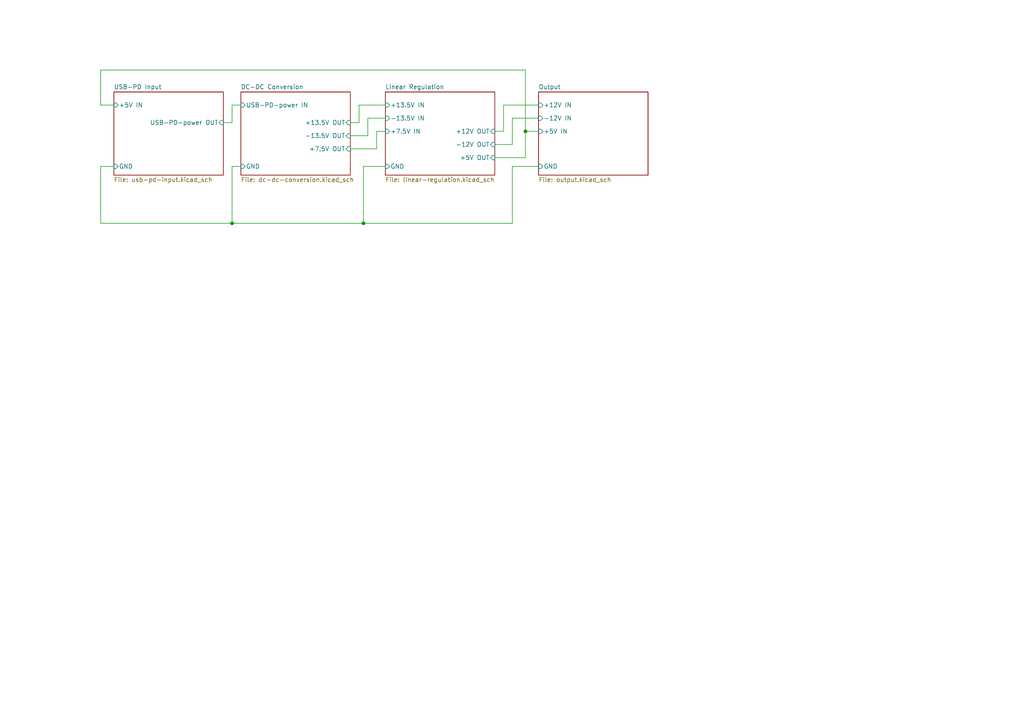
<source format=kicad_sch>
(kicad_sch
	(version 20250114)
	(generator "eeschema")
	(generator_version "9.0")
	(uuid "c5ce32ac-bd6d-413c-bfb5-5e9e2f8848d1")
	(paper "A4")
	(lib_symbols)
	(junction
		(at 105.41 64.77)
		(diameter 0)
		(color 0 0 0 0)
		(uuid "74275667-45b4-41ba-831b-38813d5dda82")
	)
	(junction
		(at 152.4 38.1)
		(diameter 0)
		(color 0 0 0 0)
		(uuid "8771b747-e9a8-4a79-b6ff-e1ec5a847d4e")
	)
	(junction
		(at 67.31 64.77)
		(diameter 0)
		(color 0 0 0 0)
		(uuid "b7270468-abf1-4f0e-a655-2cbdebb7d1cd")
	)
	(wire
		(pts
			(xy 104.14 30.48) (xy 111.76 30.48)
		)
		(stroke
			(width 0)
			(type default)
		)
		(uuid "0546fbb4-a53e-49e0-95b5-e5498352e3ee")
	)
	(wire
		(pts
			(xy 152.4 45.72) (xy 152.4 38.1)
		)
		(stroke
			(width 0)
			(type default)
		)
		(uuid "0bb3365e-c913-403d-a98e-0694218809d4")
	)
	(wire
		(pts
			(xy 148.59 48.26) (xy 148.59 64.77)
		)
		(stroke
			(width 0)
			(type default)
		)
		(uuid "23c42f52-a40d-4502-acb2-61219721a76c")
	)
	(wire
		(pts
			(xy 148.59 41.91) (xy 148.59 34.29)
		)
		(stroke
			(width 0)
			(type default)
		)
		(uuid "23fe42fc-436a-4a5d-b901-6d806ff3757b")
	)
	(wire
		(pts
			(xy 146.05 38.1) (xy 146.05 30.48)
		)
		(stroke
			(width 0)
			(type default)
		)
		(uuid "29af5825-9e16-4344-8069-bb5e72682d86")
	)
	(wire
		(pts
			(xy 67.31 30.48) (xy 69.85 30.48)
		)
		(stroke
			(width 0)
			(type default)
		)
		(uuid "2ccb96ce-5468-4d68-b591-d1571e9fe374")
	)
	(wire
		(pts
			(xy 67.31 48.26) (xy 69.85 48.26)
		)
		(stroke
			(width 0)
			(type default)
		)
		(uuid "2eb573e1-1b50-498f-b77f-b4b3a0c6f710")
	)
	(wire
		(pts
			(xy 111.76 48.26) (xy 105.41 48.26)
		)
		(stroke
			(width 0)
			(type default)
		)
		(uuid "32b394b4-7489-4ed0-96c1-0a5eb3e81d2d")
	)
	(wire
		(pts
			(xy 104.14 35.56) (xy 104.14 30.48)
		)
		(stroke
			(width 0)
			(type default)
		)
		(uuid "3a2c8660-bf94-4cde-9021-051f4f62c008")
	)
	(wire
		(pts
			(xy 64.77 35.56) (xy 67.31 35.56)
		)
		(stroke
			(width 0)
			(type default)
		)
		(uuid "5336a42f-750f-4329-a808-c3f3a4063780")
	)
	(wire
		(pts
			(xy 105.41 48.26) (xy 105.41 64.77)
		)
		(stroke
			(width 0)
			(type default)
		)
		(uuid "554ec737-0b1f-404a-a95d-50bdde548ce4")
	)
	(wire
		(pts
			(xy 146.05 30.48) (xy 156.21 30.48)
		)
		(stroke
			(width 0)
			(type default)
		)
		(uuid "56b4d4e9-b7ff-4a1e-b719-42ad210f9c42")
	)
	(wire
		(pts
			(xy 33.02 48.26) (xy 29.21 48.26)
		)
		(stroke
			(width 0)
			(type default)
		)
		(uuid "5deb5ff2-bb90-491e-b635-6afeaad4705b")
	)
	(wire
		(pts
			(xy 101.6 43.18) (xy 109.22 43.18)
		)
		(stroke
			(width 0)
			(type default)
		)
		(uuid "6e989004-2687-4f49-a386-cb1ddbd12115")
	)
	(wire
		(pts
			(xy 67.31 35.56) (xy 67.31 30.48)
		)
		(stroke
			(width 0)
			(type default)
		)
		(uuid "71927e07-a096-4108-8f9f-fb27a10fe6f5")
	)
	(wire
		(pts
			(xy 29.21 30.48) (xy 29.21 20.32)
		)
		(stroke
			(width 0)
			(type default)
		)
		(uuid "75c005b4-ee8c-40e6-9a04-55e7df9be422")
	)
	(wire
		(pts
			(xy 148.59 64.77) (xy 105.41 64.77)
		)
		(stroke
			(width 0)
			(type default)
		)
		(uuid "7b3a200d-a17a-463b-8e75-8840b865de33")
	)
	(wire
		(pts
			(xy 106.68 34.29) (xy 111.76 34.29)
		)
		(stroke
			(width 0)
			(type default)
		)
		(uuid "7cc7b201-0c55-498a-a7e4-3ff12f4dd2d0")
	)
	(wire
		(pts
			(xy 67.31 64.77) (xy 67.31 48.26)
		)
		(stroke
			(width 0)
			(type default)
		)
		(uuid "7d90a6dc-ffd7-4fc4-ac3b-4774e695b1d8")
	)
	(wire
		(pts
			(xy 29.21 64.77) (xy 67.31 64.77)
		)
		(stroke
			(width 0)
			(type default)
		)
		(uuid "7e42e11b-9eed-4872-ac40-f7477d88bc26")
	)
	(wire
		(pts
			(xy 143.51 38.1) (xy 146.05 38.1)
		)
		(stroke
			(width 0)
			(type default)
		)
		(uuid "86068c56-7eec-40d0-9880-95260c25830d")
	)
	(wire
		(pts
			(xy 101.6 35.56) (xy 104.14 35.56)
		)
		(stroke
			(width 0)
			(type default)
		)
		(uuid "8955db3c-5de8-4c5c-9e96-d3fe5f56913e")
	)
	(wire
		(pts
			(xy 101.6 39.37) (xy 106.68 39.37)
		)
		(stroke
			(width 0)
			(type default)
		)
		(uuid "954c8087-2dbb-4d1f-8089-1cca15f71205")
	)
	(wire
		(pts
			(xy 143.51 45.72) (xy 152.4 45.72)
		)
		(stroke
			(width 0)
			(type default)
		)
		(uuid "95a6b7a8-029c-4e52-b711-64d12470683d")
	)
	(wire
		(pts
			(xy 148.59 34.29) (xy 156.21 34.29)
		)
		(stroke
			(width 0)
			(type default)
		)
		(uuid "95e453c4-a0c7-4d2a-9179-e8380460b5c7")
	)
	(wire
		(pts
			(xy 152.4 38.1) (xy 156.21 38.1)
		)
		(stroke
			(width 0)
			(type default)
		)
		(uuid "981c2f1b-23be-4eea-be00-39a2c0b38ecd")
	)
	(wire
		(pts
			(xy 143.51 41.91) (xy 148.59 41.91)
		)
		(stroke
			(width 0)
			(type default)
		)
		(uuid "9ac8e6b1-0725-472a-909f-5d4b0a515fc4")
	)
	(wire
		(pts
			(xy 29.21 48.26) (xy 29.21 64.77)
		)
		(stroke
			(width 0)
			(type default)
		)
		(uuid "b33fd07d-2b03-471b-85f8-4a7a7af8b8aa")
	)
	(wire
		(pts
			(xy 109.22 38.1) (xy 111.76 38.1)
		)
		(stroke
			(width 0)
			(type default)
		)
		(uuid "bc60f28b-9f22-43f3-9471-8b703d0f1965")
	)
	(wire
		(pts
			(xy 105.41 64.77) (xy 67.31 64.77)
		)
		(stroke
			(width 0)
			(type default)
		)
		(uuid "c7aafa63-c0b2-4ae7-a870-170dde1416a3")
	)
	(wire
		(pts
			(xy 106.68 39.37) (xy 106.68 34.29)
		)
		(stroke
			(width 0)
			(type default)
		)
		(uuid "c94dc9a0-ba7b-4f48-af1a-a27f9d96963a")
	)
	(wire
		(pts
			(xy 33.02 30.48) (xy 29.21 30.48)
		)
		(stroke
			(width 0)
			(type default)
		)
		(uuid "d1517a90-c996-48f1-a1b5-902130f5ee1a")
	)
	(wire
		(pts
			(xy 156.21 48.26) (xy 148.59 48.26)
		)
		(stroke
			(width 0)
			(type default)
		)
		(uuid "d5350fed-c15d-4a2e-b575-78bf54de5f80")
	)
	(wire
		(pts
			(xy 152.4 20.32) (xy 152.4 38.1)
		)
		(stroke
			(width 0)
			(type default)
		)
		(uuid "e753fd67-393d-44f9-9616-7f3758eca5bb")
	)
	(wire
		(pts
			(xy 29.21 20.32) (xy 152.4 20.32)
		)
		(stroke
			(width 0)
			(type default)
		)
		(uuid "ef3c5559-496c-4ff7-9c84-9171c082785b")
	)
	(wire
		(pts
			(xy 109.22 43.18) (xy 109.22 38.1)
		)
		(stroke
			(width 0)
			(type default)
		)
		(uuid "f7de790c-4163-469a-8ff9-02d0c6f86d23")
	)
	(sheet
		(at 156.21 26.67)
		(size 31.75 24.13)
		(exclude_from_sim no)
		(in_bom yes)
		(on_board yes)
		(dnp no)
		(fields_autoplaced yes)
		(stroke
			(width 0.1524)
			(type solid)
		)
		(fill
			(color 0 0 0 0.0000)
		)
		(uuid "31b962f8-6169-4b60-947a-3b27b2cc9e7b")
		(property "Sheetname" "Output"
			(at 156.21 25.9584 0)
			(effects
				(font
					(size 1.27 1.27)
				)
				(justify left bottom)
			)
		)
		(property "Sheetfile" "output.kicad_sch"
			(at 156.21 51.3846 0)
			(effects
				(font
					(size 1.27 1.27)
				)
				(justify left top)
			)
		)
		(pin "+5V IN" input
			(at 156.21 38.1 180)
			(uuid "c37ff4b8-016f-4c6a-931e-15ef6271b60f")
			(effects
				(font
					(size 1.27 1.27)
				)
				(justify left)
			)
		)
		(pin "+12V IN" input
			(at 156.21 30.48 180)
			(uuid "f653fb00-2492-435e-a9a7-423e148cc88c")
			(effects
				(font
					(size 1.27 1.27)
				)
				(justify left)
			)
		)
		(pin "-12V IN" input
			(at 156.21 34.29 180)
			(uuid "d0db18bb-e933-4193-9a83-6826ffb4d64f")
			(effects
				(font
					(size 1.27 1.27)
				)
				(justify left)
			)
		)
		(pin "GND" input
			(at 156.21 48.26 180)
			(uuid "d53f6ed2-900a-4431-a214-843b419d42e4")
			(effects
				(font
					(size 1.27 1.27)
				)
				(justify left)
			)
		)
		(instances
			(project "zudo-pd"
				(path "/c5ce32ac-bd6d-413c-bfb5-5e9e2f8848d1"
					(page "5")
				)
			)
		)
	)
	(sheet
		(at 33.02 26.67)
		(size 31.75 24.13)
		(exclude_from_sim no)
		(in_bom yes)
		(on_board yes)
		(dnp no)
		(fields_autoplaced yes)
		(stroke
			(width 0.1524)
			(type solid)
		)
		(fill
			(color 0 0 0 0.0000)
		)
		(uuid "89c28db7-f9d9-4adf-b951-b9bb069eac97")
		(property "Sheetname" "USB-PD Input"
			(at 33.02 25.9584 0)
			(effects
				(font
					(size 1.27 1.27)
				)
				(justify left bottom)
			)
		)
		(property "Sheetfile" "usb-pd-input.kicad_sch"
			(at 33.02 51.3846 0)
			(effects
				(font
					(size 1.27 1.27)
				)
				(justify left top)
			)
		)
		(pin "GND" input
			(at 33.02 48.26 180)
			(uuid "74c37bc2-be7f-4995-b896-011d8802f8ff")
			(effects
				(font
					(size 1.27 1.27)
				)
				(justify left)
			)
		)
		(pin "+5V IN" input
			(at 33.02 30.48 180)
			(uuid "14d9f6a6-bcc4-4738-a78c-3de517605f14")
			(effects
				(font
					(size 1.27 1.27)
				)
				(justify left)
			)
		)
		(pin "USB-PD-power OUT" input
			(at 64.77 35.56 0)
			(uuid "d9eb9448-fff8-4090-a133-0b072c0b5317")
			(effects
				(font
					(size 1.27 1.27)
				)
				(justify right)
			)
		)
		(instances
			(project "zudo-pd"
				(path "/c5ce32ac-bd6d-413c-bfb5-5e9e2f8848d1"
					(page "2")
				)
			)
		)
	)
	(sheet
		(at 69.85 26.67)
		(size 31.75 24.13)
		(exclude_from_sim no)
		(in_bom yes)
		(on_board yes)
		(dnp no)
		(fields_autoplaced yes)
		(stroke
			(width 0.1524)
			(type solid)
		)
		(fill
			(color 0 0 0 0.0000)
		)
		(uuid "af14e89e-080c-4432-b469-c99020f5be70")
		(property "Sheetname" "DC-DC Conversion"
			(at 69.85 25.9584 0)
			(effects
				(font
					(size 1.27 1.27)
				)
				(justify left bottom)
			)
		)
		(property "Sheetfile" "dc-dc-conversion.kicad_sch"
			(at 69.85 51.3846 0)
			(effects
				(font
					(size 1.27 1.27)
				)
				(justify left top)
			)
		)
		(pin "+7.5V OUT" input
			(at 101.6 43.18 0)
			(uuid "f4cdc325-8ef1-425e-80eb-86bea3ae7274")
			(effects
				(font
					(size 1.27 1.27)
				)
				(justify right)
			)
		)
		(pin "+13.5V OUT" input
			(at 101.6 35.56 0)
			(uuid "5f23cbe2-2e33-432c-8d30-d96a08cc2815")
			(effects
				(font
					(size 1.27 1.27)
				)
				(justify right)
			)
		)
		(pin "-13.5V OUT" input
			(at 101.6 39.37 0)
			(uuid "a61c39ad-08ab-4db2-93d8-3e1f7de52ee8")
			(effects
				(font
					(size 1.27 1.27)
				)
				(justify right)
			)
		)
		(pin "USB-PD-power IN" input
			(at 69.85 30.48 180)
			(uuid "8d3cc4c4-7859-475e-b210-202cfeda081e")
			(effects
				(font
					(size 1.27 1.27)
				)
				(justify left)
			)
		)
		(pin "GND" input
			(at 69.85 48.26 180)
			(uuid "0e1353d0-7912-4377-af72-fcdd9ea503ca")
			(effects
				(font
					(size 1.27 1.27)
				)
				(justify left)
			)
		)
		(instances
			(project "zudo-pd"
				(path "/c5ce32ac-bd6d-413c-bfb5-5e9e2f8848d1"
					(page "3")
				)
			)
		)
	)
	(sheet
		(at 111.76 26.67)
		(size 31.75 24.13)
		(exclude_from_sim no)
		(in_bom yes)
		(on_board yes)
		(dnp no)
		(fields_autoplaced yes)
		(stroke
			(width 0.1524)
			(type solid)
		)
		(fill
			(color 0 0 0 0.0000)
		)
		(uuid "df8a312b-d6c9-4f81-85b3-c59053621460")
		(property "Sheetname" "Linear Regulation"
			(at 111.76 25.9584 0)
			(effects
				(font
					(size 1.27 1.27)
				)
				(justify left bottom)
			)
		)
		(property "Sheetfile" "linear-regulation.kicad_sch"
			(at 111.76 51.3846 0)
			(effects
				(font
					(size 1.27 1.27)
				)
				(justify left top)
			)
		)
		(pin "+5V OUT" input
			(at 143.51 45.72 0)
			(uuid "11ecefc9-6042-48ad-a923-943809ad13a3")
			(effects
				(font
					(size 1.27 1.27)
				)
				(justify right)
			)
		)
		(pin "+7.5V IN" input
			(at 111.76 38.1 180)
			(uuid "1db6b540-ce83-4aa9-bf32-62ffd84f1457")
			(effects
				(font
					(size 1.27 1.27)
				)
				(justify left)
			)
		)
		(pin "+12V OUT" input
			(at 143.51 38.1 0)
			(uuid "555d906d-f09b-4f57-8eb1-770809efd459")
			(effects
				(font
					(size 1.27 1.27)
				)
				(justify right)
			)
		)
		(pin "+13.5V IN" input
			(at 111.76 30.48 180)
			(uuid "2f56a944-8835-4112-941c-ee9dc5c9bb76")
			(effects
				(font
					(size 1.27 1.27)
				)
				(justify left)
			)
		)
		(pin "-12V OUT" input
			(at 143.51 41.91 0)
			(uuid "7e9c1bd0-b0e8-4375-a18c-983fe56ff8fb")
			(effects
				(font
					(size 1.27 1.27)
				)
				(justify right)
			)
		)
		(pin "-13.5V IN" input
			(at 111.76 34.29 180)
			(uuid "b2efa1e6-40e4-4b19-86a8-dd6eb59803a9")
			(effects
				(font
					(size 1.27 1.27)
				)
				(justify left)
			)
		)
		(pin "GND" input
			(at 111.76 48.26 180)
			(uuid "8cbae373-75a7-4dbe-894c-41387d180425")
			(effects
				(font
					(size 1.27 1.27)
				)
				(justify left)
			)
		)
		(instances
			(project "zudo-pd"
				(path "/c5ce32ac-bd6d-413c-bfb5-5e9e2f8848d1"
					(page "4")
				)
			)
		)
	)
	(sheet_instances
		(path "/"
			(page "1")
		)
	)
	(embedded_fonts no)
)

</source>
